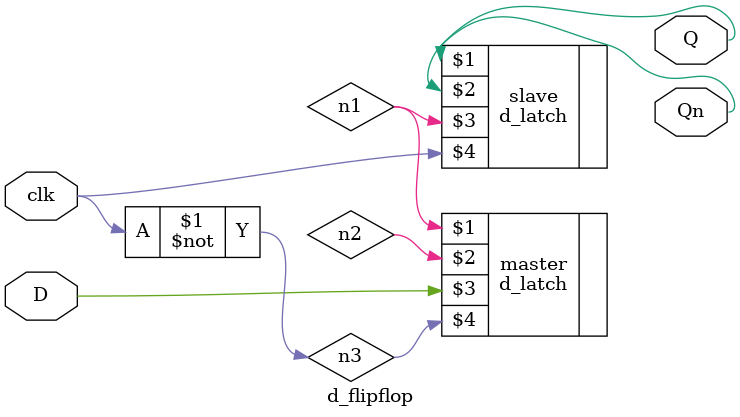
<source format=v>
`timescale 1ns / 1ps

// D Flip Flop normal using D Latch (structural);
module d_flipflop(Q, Qn, D, clk);
	input D, clk;
	output Q, Qn;

	wire n1, n2, n3;

	not(n3, clk);	

	d_latch master(n1, n2, D, n3);
	d_latch slave(Q, Qn, n1, clk);
endmodule



// D Flip Flop normal [with clock] (behavioral)
// module d_flipflop(Q, Qn, clk, D);
// 	input wire clk, D;
// 	output reg Q, Qn;

// 	always@(posedge clk) begin
// 		Q <= D;
// 		Qn <= ~D;
// 	end
// endmodule



// D Flip Flop ENABLE Synchronus [with clock] (behavioral)
// module d_flipflop(Q, Qn, clk, En, D);
// 	input wire clk, En, D;
// 	output reg Q, Qn;

// 	always@(posedge clk) begin
// 		if(En) begin
// 			Q <= D;
// 			Qn <= ~D;
// 		end
// 	end
// endmodule


// D Flip Flop ENABLE Asynchronus [with clock] (behavioral)
// module d_flipflop(Q, Qn, clk, En, D);
// 	input wire clk, En, D;
// 	output reg Q, Qn;

// 	always@(posedge clk, posedge En) begin
// 		if(En) begin
// 			Q <= D;
// 			Qn <= ~D;
// 		end
// 	end

// endmodule





</source>
